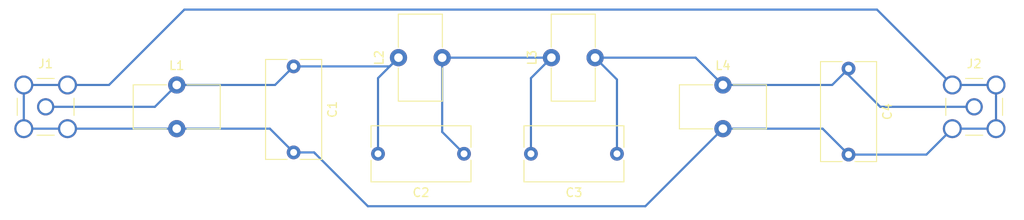
<source format=kicad_pcb>
(kicad_pcb (version 4) (host pcbnew 4.0.7)

  (general
    (links 22)
    (no_connects 0)
    (area 91.847999 94.895999 210.920001 120.496001)
    (thickness 1.6)
    (drawings 6)
    (tracks 45)
    (zones 0)
    (modules 10)
    (nets 5)
  )

  (page A4)
  (layers
    (0 F.Cu signal)
    (31 B.Cu signal)
    (32 B.Adhes user)
    (33 F.Adhes user)
    (34 B.Paste user)
    (35 F.Paste user)
    (36 B.SilkS user)
    (37 F.SilkS user)
    (38 B.Mask user)
    (39 F.Mask user)
    (40 Dwgs.User user)
    (41 Cmts.User user)
    (42 Eco1.User user)
    (43 Eco2.User user)
    (44 Edge.Cuts user)
    (45 Margin user)
    (46 B.CrtYd user)
    (47 F.CrtYd user)
    (48 B.Fab user)
    (49 F.Fab user)
  )

  (setup
    (last_trace_width 0.25)
    (trace_clearance 0.2)
    (zone_clearance 0.508)
    (zone_45_only no)
    (trace_min 0.2)
    (segment_width 0.2)
    (edge_width 0.15)
    (via_size 0.6)
    (via_drill 0.4)
    (via_min_size 0.4)
    (via_min_drill 0.3)
    (uvia_size 0.3)
    (uvia_drill 0.1)
    (uvias_allowed no)
    (uvia_min_size 0.2)
    (uvia_min_drill 0.1)
    (pcb_text_width 0.3)
    (pcb_text_size 1.5 1.5)
    (mod_edge_width 0.15)
    (mod_text_size 1 1)
    (mod_text_width 0.15)
    (pad_size 1.524 1.524)
    (pad_drill 0.762)
    (pad_to_mask_clearance 0.2)
    (aux_axis_origin 0 0)
    (visible_elements FFFFF77F)
    (pcbplotparams
      (layerselection 0x00030_80000001)
      (usegerberextensions false)
      (excludeedgelayer true)
      (linewidth 0.100000)
      (plotframeref false)
      (viasonmask false)
      (mode 1)
      (useauxorigin false)
      (hpglpennumber 1)
      (hpglpenspeed 20)
      (hpglpendiameter 15)
      (hpglpenoverlay 2)
      (psnegative false)
      (psa4output false)
      (plotreference true)
      (plotvalue true)
      (plotinvisibletext false)
      (padsonsilk false)
      (subtractmaskfromsilk false)
      (outputformat 1)
      (mirror false)
      (drillshape 1)
      (scaleselection 1)
      (outputdirectory ""))
  )

  (net 0 "")
  (net 1 "Net-(C1-Pad1)")
  (net 2 "Net-(C1-Pad2)")
  (net 3 "Net-(C2-Pad1)")
  (net 4 "Net-(C3-Pad1)")

  (net_class Default "This is the default net class."
    (clearance 0.2)
    (trace_width 0.25)
    (via_dia 0.6)
    (via_drill 0.4)
    (uvia_dia 0.3)
    (uvia_drill 0.1)
    (add_net "Net-(C1-Pad1)")
    (add_net "Net-(C1-Pad2)")
    (add_net "Net-(C2-Pad1)")
    (add_net "Net-(C3-Pad1)")
  )

  (module Capacitors_THT:C_Rect_L11.5mm_W6.4mm_P10.00mm_MKT (layer F.Cu) (tedit 597BC7C2) (tstamp 59C72FF3)
    (at 125.984 102.616 270)
    (descr "C, Rect series, Radial, pin pitch=10.00mm, , length*width=11.5*6.4mm^2, Capacitor, https://en.tdk.eu/inf/20/20/db/fc_2009/MKT_B32560_564.pdf")
    (tags "C Rect series Radial pin pitch 10.00mm  length 11.5mm width 6.4mm Capacitor")
    (path /59C71C46)
    (fp_text reference C1 (at 5 -4.51 270) (layer F.SilkS)
      (effects (font (size 1 1) (thickness 0.15)))
    )
    (fp_text value 2499.11pF (at 5 4.51 270) (layer F.Fab)
      (effects (font (size 1 1) (thickness 0.15)))
    )
    (fp_line (start -0.75 -3.2) (end -0.75 3.2) (layer F.Fab) (width 0.1))
    (fp_line (start -0.75 3.2) (end 10.75 3.2) (layer F.Fab) (width 0.1))
    (fp_line (start 10.75 3.2) (end 10.75 -3.2) (layer F.Fab) (width 0.1))
    (fp_line (start 10.75 -3.2) (end -0.75 -3.2) (layer F.Fab) (width 0.1))
    (fp_line (start -0.81 -3.26) (end 10.81 -3.26) (layer F.SilkS) (width 0.12))
    (fp_line (start -0.81 3.26) (end 10.81 3.26) (layer F.SilkS) (width 0.12))
    (fp_line (start -0.81 -3.26) (end -0.81 -0.75) (layer F.SilkS) (width 0.12))
    (fp_line (start -0.81 0.75) (end -0.81 3.26) (layer F.SilkS) (width 0.12))
    (fp_line (start 10.81 -3.26) (end 10.81 -0.75) (layer F.SilkS) (width 0.12))
    (fp_line (start 10.81 0.75) (end 10.81 3.26) (layer F.SilkS) (width 0.12))
    (fp_line (start -1.1 -3.55) (end -1.1 3.55) (layer F.CrtYd) (width 0.05))
    (fp_line (start -1.1 3.55) (end 11.1 3.55) (layer F.CrtYd) (width 0.05))
    (fp_line (start 11.1 3.55) (end 11.1 -3.55) (layer F.CrtYd) (width 0.05))
    (fp_line (start 11.1 -3.55) (end -1.1 -3.55) (layer F.CrtYd) (width 0.05))
    (fp_text user %R (at 5 0 270) (layer F.Fab)
      (effects (font (size 1 1) (thickness 0.15)))
    )
    (pad 1 thru_hole circle (at 0 0 270) (size 1.6 1.6) (drill 0.8) (layers *.Cu *.Mask)
      (net 1 "Net-(C1-Pad1)"))
    (pad 2 thru_hole circle (at 10 0 270) (size 1.6 1.6) (drill 0.8) (layers *.Cu *.Mask)
      (net 2 "Net-(C1-Pad2)"))
    (model ${KISYS3DMOD}/Capacitors_THT.3dshapes/C_Rect_L11.5mm_W6.4mm_P10.00mm_MKT.wrl
      (at (xyz 0 0 0))
      (scale (xyz 1 1 1))
      (rotate (xyz 0 0 0))
    )
  )

  (module Capacitors_THT:C_Rect_L11.5mm_W6.4mm_P10.00mm_MKT (layer F.Cu) (tedit 597BC7C2) (tstamp 59C73008)
    (at 145.796 112.776 180)
    (descr "C, Rect series, Radial, pin pitch=10.00mm, , length*width=11.5*6.4mm^2, Capacitor, https://en.tdk.eu/inf/20/20/db/fc_2009/MKT_B32560_564.pdf")
    (tags "C Rect series Radial pin pitch 10.00mm  length 11.5mm width 6.4mm Capacitor")
    (path /59C71DA5)
    (fp_text reference C2 (at 5 -4.51 180) (layer F.SilkS)
      (effects (font (size 1 1) (thickness 0.15)))
    )
    (fp_text value 27pF (at 5 4.51 180) (layer F.Fab)
      (effects (font (size 1 1) (thickness 0.15)))
    )
    (fp_line (start -0.75 -3.2) (end -0.75 3.2) (layer F.Fab) (width 0.1))
    (fp_line (start -0.75 3.2) (end 10.75 3.2) (layer F.Fab) (width 0.1))
    (fp_line (start 10.75 3.2) (end 10.75 -3.2) (layer F.Fab) (width 0.1))
    (fp_line (start 10.75 -3.2) (end -0.75 -3.2) (layer F.Fab) (width 0.1))
    (fp_line (start -0.81 -3.26) (end 10.81 -3.26) (layer F.SilkS) (width 0.12))
    (fp_line (start -0.81 3.26) (end 10.81 3.26) (layer F.SilkS) (width 0.12))
    (fp_line (start -0.81 -3.26) (end -0.81 -0.75) (layer F.SilkS) (width 0.12))
    (fp_line (start -0.81 0.75) (end -0.81 3.26) (layer F.SilkS) (width 0.12))
    (fp_line (start 10.81 -3.26) (end 10.81 -0.75) (layer F.SilkS) (width 0.12))
    (fp_line (start 10.81 0.75) (end 10.81 3.26) (layer F.SilkS) (width 0.12))
    (fp_line (start -1.1 -3.55) (end -1.1 3.55) (layer F.CrtYd) (width 0.05))
    (fp_line (start -1.1 3.55) (end 11.1 3.55) (layer F.CrtYd) (width 0.05))
    (fp_line (start 11.1 3.55) (end 11.1 -3.55) (layer F.CrtYd) (width 0.05))
    (fp_line (start 11.1 -3.55) (end -1.1 -3.55) (layer F.CrtYd) (width 0.05))
    (fp_text user %R (at 5 0 180) (layer F.Fab)
      (effects (font (size 1 1) (thickness 0.15)))
    )
    (pad 1 thru_hole circle (at 0 0 180) (size 1.6 1.6) (drill 0.8) (layers *.Cu *.Mask)
      (net 3 "Net-(C2-Pad1)"))
    (pad 2 thru_hole circle (at 10 0 180) (size 1.6 1.6) (drill 0.8) (layers *.Cu *.Mask)
      (net 1 "Net-(C1-Pad1)"))
    (model ${KISYS3DMOD}/Capacitors_THT.3dshapes/C_Rect_L11.5mm_W6.4mm_P10.00mm_MKT.wrl
      (at (xyz 0 0 0))
      (scale (xyz 1 1 1))
      (rotate (xyz 0 0 0))
    )
  )

  (module Capacitors_THT:C_Rect_L11.5mm_W6.4mm_P10.00mm_MKT (layer F.Cu) (tedit 597BC7C2) (tstamp 59C7301D)
    (at 163.576 112.776 180)
    (descr "C, Rect series, Radial, pin pitch=10.00mm, , length*width=11.5*6.4mm^2, Capacitor, https://en.tdk.eu/inf/20/20/db/fc_2009/MKT_B32560_564.pdf")
    (tags "C Rect series Radial pin pitch 10.00mm  length 11.5mm width 6.4mm Capacitor")
    (path /59C71E3E)
    (fp_text reference C3 (at 5 -4.51 180) (layer F.SilkS)
      (effects (font (size 1 1) (thickness 0.15)))
    )
    (fp_text value 110pF (at 5 4.51 180) (layer F.Fab)
      (effects (font (size 1 1) (thickness 0.15)))
    )
    (fp_line (start -0.75 -3.2) (end -0.75 3.2) (layer F.Fab) (width 0.1))
    (fp_line (start -0.75 3.2) (end 10.75 3.2) (layer F.Fab) (width 0.1))
    (fp_line (start 10.75 3.2) (end 10.75 -3.2) (layer F.Fab) (width 0.1))
    (fp_line (start 10.75 -3.2) (end -0.75 -3.2) (layer F.Fab) (width 0.1))
    (fp_line (start -0.81 -3.26) (end 10.81 -3.26) (layer F.SilkS) (width 0.12))
    (fp_line (start -0.81 3.26) (end 10.81 3.26) (layer F.SilkS) (width 0.12))
    (fp_line (start -0.81 -3.26) (end -0.81 -0.75) (layer F.SilkS) (width 0.12))
    (fp_line (start -0.81 0.75) (end -0.81 3.26) (layer F.SilkS) (width 0.12))
    (fp_line (start 10.81 -3.26) (end 10.81 -0.75) (layer F.SilkS) (width 0.12))
    (fp_line (start 10.81 0.75) (end 10.81 3.26) (layer F.SilkS) (width 0.12))
    (fp_line (start -1.1 -3.55) (end -1.1 3.55) (layer F.CrtYd) (width 0.05))
    (fp_line (start -1.1 3.55) (end 11.1 3.55) (layer F.CrtYd) (width 0.05))
    (fp_line (start 11.1 3.55) (end 11.1 -3.55) (layer F.CrtYd) (width 0.05))
    (fp_line (start 11.1 -3.55) (end -1.1 -3.55) (layer F.CrtYd) (width 0.05))
    (fp_text user %R (at 5 0 180) (layer F.Fab)
      (effects (font (size 1 1) (thickness 0.15)))
    )
    (pad 1 thru_hole circle (at 0 0 180) (size 1.6 1.6) (drill 0.8) (layers *.Cu *.Mask)
      (net 4 "Net-(C3-Pad1)"))
    (pad 2 thru_hole circle (at 10 0 180) (size 1.6 1.6) (drill 0.8) (layers *.Cu *.Mask)
      (net 3 "Net-(C2-Pad1)"))
    (model ${KISYS3DMOD}/Capacitors_THT.3dshapes/C_Rect_L11.5mm_W6.4mm_P10.00mm_MKT.wrl
      (at (xyz 0 0 0))
      (scale (xyz 1 1 1))
      (rotate (xyz 0 0 0))
    )
  )

  (module Capacitors_THT:C_Rect_L11.5mm_W6.4mm_P10.00mm_MKT (layer F.Cu) (tedit 597BC7C2) (tstamp 59C73032)
    (at 190.5 102.87 270)
    (descr "C, Rect series, Radial, pin pitch=10.00mm, , length*width=11.5*6.4mm^2, Capacitor, https://en.tdk.eu/inf/20/20/db/fc_2009/MKT_B32560_564.pdf")
    (tags "C Rect series Radial pin pitch 10.00mm  length 11.5mm width 6.4mm Capacitor")
    (path /59C71C95)
    (fp_text reference C4 (at 5 -4.51 270) (layer F.SilkS)
      (effects (font (size 1 1) (thickness 0.15)))
    )
    (fp_text value 2499.11pF (at 5 4.51 270) (layer F.Fab)
      (effects (font (size 1 1) (thickness 0.15)))
    )
    (fp_line (start -0.75 -3.2) (end -0.75 3.2) (layer F.Fab) (width 0.1))
    (fp_line (start -0.75 3.2) (end 10.75 3.2) (layer F.Fab) (width 0.1))
    (fp_line (start 10.75 3.2) (end 10.75 -3.2) (layer F.Fab) (width 0.1))
    (fp_line (start 10.75 -3.2) (end -0.75 -3.2) (layer F.Fab) (width 0.1))
    (fp_line (start -0.81 -3.26) (end 10.81 -3.26) (layer F.SilkS) (width 0.12))
    (fp_line (start -0.81 3.26) (end 10.81 3.26) (layer F.SilkS) (width 0.12))
    (fp_line (start -0.81 -3.26) (end -0.81 -0.75) (layer F.SilkS) (width 0.12))
    (fp_line (start -0.81 0.75) (end -0.81 3.26) (layer F.SilkS) (width 0.12))
    (fp_line (start 10.81 -3.26) (end 10.81 -0.75) (layer F.SilkS) (width 0.12))
    (fp_line (start 10.81 0.75) (end 10.81 3.26) (layer F.SilkS) (width 0.12))
    (fp_line (start -1.1 -3.55) (end -1.1 3.55) (layer F.CrtYd) (width 0.05))
    (fp_line (start -1.1 3.55) (end 11.1 3.55) (layer F.CrtYd) (width 0.05))
    (fp_line (start 11.1 3.55) (end 11.1 -3.55) (layer F.CrtYd) (width 0.05))
    (fp_line (start 11.1 -3.55) (end -1.1 -3.55) (layer F.CrtYd) (width 0.05))
    (fp_text user %R (at 5 0 270) (layer F.Fab)
      (effects (font (size 1 1) (thickness 0.15)))
    )
    (pad 1 thru_hole circle (at 0 0 270) (size 1.6 1.6) (drill 0.8) (layers *.Cu *.Mask)
      (net 4 "Net-(C3-Pad1)"))
    (pad 2 thru_hole circle (at 10 0 270) (size 1.6 1.6) (drill 0.8) (layers *.Cu *.Mask)
      (net 2 "Net-(C1-Pad2)"))
    (model ${KISYS3DMOD}/Capacitors_THT.3dshapes/C_Rect_L11.5mm_W6.4mm_P10.00mm_MKT.wrl
      (at (xyz 0 0 0))
      (scale (xyz 1 1 1))
      (rotate (xyz 0 0 0))
    )
  )

  (module Connectors:SMA_THT_Jack_Straight (layer F.Cu) (tedit 58C301F2) (tstamp 59C7305A)
    (at 97.155 107.315)
    (descr "SMA pcb through hole jack")
    (tags "SMA THT Jack Straight")
    (path /59C72B88)
    (fp_text reference J1 (at 0 -5) (layer F.SilkS)
      (effects (font (size 1 1) (thickness 0.15)))
    )
    (fp_text value "SMA Female" (at 0 5) (layer F.Fab)
      (effects (font (size 1 1) (thickness 0.15)))
    )
    (fp_line (start 2.03 -3.05) (end 3.05 -3.05) (layer F.Fab) (width 0.1))
    (fp_line (start -1 -3.3) (end 1 -3.3) (layer F.SilkS) (width 0.12))
    (fp_line (start -1 3.3) (end 1 3.3) (layer F.SilkS) (width 0.12))
    (fp_text user %R (at 0 -5) (layer F.Fab)
      (effects (font (size 1 1) (thickness 0.15)))
    )
    (fp_line (start 3.3 -1) (end 3.3 1) (layer F.SilkS) (width 0.12))
    (fp_line (start -3.3 -1) (end -3.3 1) (layer F.SilkS) (width 0.12))
    (fp_line (start 3.17 -3.17) (end 3.17 3.17) (layer F.Fab) (width 0.1))
    (fp_line (start -3.17 3.17) (end 3.17 3.17) (layer F.Fab) (width 0.1))
    (fp_line (start -3.17 -3.17) (end -3.17 3.17) (layer F.Fab) (width 0.1))
    (fp_line (start -3.17 -3.17) (end 3.17 -3.17) (layer F.Fab) (width 0.1))
    (fp_line (start -2.03 -3.05) (end -2.03 -2.03) (layer F.Fab) (width 0.1))
    (fp_line (start -3.05 -2.03) (end -2.03 -2.03) (layer F.Fab) (width 0.1))
    (fp_line (start -2.03 2.03) (end -2.03 3.05) (layer F.Fab) (width 0.1))
    (fp_line (start -3.05 2.03) (end -2.03 2.03) (layer F.Fab) (width 0.1))
    (fp_line (start 2.03 -3.05) (end 2.03 -2.03) (layer F.Fab) (width 0.1))
    (fp_line (start 2.03 -2.03) (end 3.05 -2.03) (layer F.Fab) (width 0.1))
    (fp_line (start 3.05 2.03) (end 2.03 2.03) (layer F.Fab) (width 0.1))
    (fp_line (start 2.03 2.03) (end 2.03 3.05) (layer F.Fab) (width 0.1))
    (fp_line (start -4.14 -4.14) (end 4.14 -4.14) (layer F.CrtYd) (width 0.05))
    (fp_line (start -4.14 -4.14) (end -4.14 4.14) (layer F.CrtYd) (width 0.05))
    (fp_line (start 4.14 4.14) (end 4.14 -4.14) (layer F.CrtYd) (width 0.05))
    (fp_line (start 4.14 4.14) (end -4.14 4.14) (layer F.CrtYd) (width 0.05))
    (fp_circle (center 0 0) (end 2.04 0) (layer F.Fab) (width 0.1))
    (fp_circle (center 0 0) (end 0.635 0) (layer F.Fab) (width 0.1))
    (fp_line (start 3.05 -3.05) (end 3.05 -2.03) (layer F.Fab) (width 0.1))
    (fp_line (start -3.05 -3.05) (end -3.05 -2.03) (layer F.Fab) (width 0.1))
    (fp_line (start -3.05 -3.05) (end -2.03 -3.05) (layer F.Fab) (width 0.1))
    (fp_line (start -3.05 3.05) (end -2.03 3.05) (layer F.Fab) (width 0.1))
    (fp_line (start -3.05 3.05) (end -3.05 2.03) (layer F.Fab) (width 0.1))
    (fp_line (start 3.05 2.03) (end 3.05 3.05) (layer F.Fab) (width 0.1))
    (fp_line (start 2.03 3.05) (end 3.05 3.05) (layer F.Fab) (width 0.1))
    (pad 2 thru_hole circle (at -2.54 2.54) (size 2.2 2.2) (drill 1.7) (layers *.Cu *.Mask)
      (net 2 "Net-(C1-Pad2)"))
    (pad 2 thru_hole circle (at -2.54 -2.54) (size 2.2 2.2) (drill 1.7) (layers *.Cu *.Mask)
      (net 2 "Net-(C1-Pad2)"))
    (pad 2 thru_hole circle (at 2.54 -2.54) (size 2.2 2.2) (drill 1.7) (layers *.Cu *.Mask)
      (net 2 "Net-(C1-Pad2)"))
    (pad 2 thru_hole circle (at 2.54 2.54) (size 2.2 2.2) (drill 1.7) (layers *.Cu *.Mask)
      (net 2 "Net-(C1-Pad2)"))
    (pad 1 thru_hole circle (at 0 0) (size 2 2) (drill 1.5) (layers *.Cu *.Mask)
      (net 1 "Net-(C1-Pad1)"))
  )

  (module Connectors:SMA_THT_Jack_Straight (layer F.Cu) (tedit 58C301F2) (tstamp 59C73082)
    (at 205.105 107.315)
    (descr "SMA pcb through hole jack")
    (tags "SMA THT Jack Straight")
    (path /59C72B2E)
    (fp_text reference J2 (at 0 -5) (layer F.SilkS)
      (effects (font (size 1 1) (thickness 0.15)))
    )
    (fp_text value "SMA Female" (at 0 5) (layer F.Fab)
      (effects (font (size 1 1) (thickness 0.15)))
    )
    (fp_line (start 2.03 -3.05) (end 3.05 -3.05) (layer F.Fab) (width 0.1))
    (fp_line (start -1 -3.3) (end 1 -3.3) (layer F.SilkS) (width 0.12))
    (fp_line (start -1 3.3) (end 1 3.3) (layer F.SilkS) (width 0.12))
    (fp_text user %R (at 0 -5) (layer F.Fab)
      (effects (font (size 1 1) (thickness 0.15)))
    )
    (fp_line (start 3.3 -1) (end 3.3 1) (layer F.SilkS) (width 0.12))
    (fp_line (start -3.3 -1) (end -3.3 1) (layer F.SilkS) (width 0.12))
    (fp_line (start 3.17 -3.17) (end 3.17 3.17) (layer F.Fab) (width 0.1))
    (fp_line (start -3.17 3.17) (end 3.17 3.17) (layer F.Fab) (width 0.1))
    (fp_line (start -3.17 -3.17) (end -3.17 3.17) (layer F.Fab) (width 0.1))
    (fp_line (start -3.17 -3.17) (end 3.17 -3.17) (layer F.Fab) (width 0.1))
    (fp_line (start -2.03 -3.05) (end -2.03 -2.03) (layer F.Fab) (width 0.1))
    (fp_line (start -3.05 -2.03) (end -2.03 -2.03) (layer F.Fab) (width 0.1))
    (fp_line (start -2.03 2.03) (end -2.03 3.05) (layer F.Fab) (width 0.1))
    (fp_line (start -3.05 2.03) (end -2.03 2.03) (layer F.Fab) (width 0.1))
    (fp_line (start 2.03 -3.05) (end 2.03 -2.03) (layer F.Fab) (width 0.1))
    (fp_line (start 2.03 -2.03) (end 3.05 -2.03) (layer F.Fab) (width 0.1))
    (fp_line (start 3.05 2.03) (end 2.03 2.03) (layer F.Fab) (width 0.1))
    (fp_line (start 2.03 2.03) (end 2.03 3.05) (layer F.Fab) (width 0.1))
    (fp_line (start -4.14 -4.14) (end 4.14 -4.14) (layer F.CrtYd) (width 0.05))
    (fp_line (start -4.14 -4.14) (end -4.14 4.14) (layer F.CrtYd) (width 0.05))
    (fp_line (start 4.14 4.14) (end 4.14 -4.14) (layer F.CrtYd) (width 0.05))
    (fp_line (start 4.14 4.14) (end -4.14 4.14) (layer F.CrtYd) (width 0.05))
    (fp_circle (center 0 0) (end 2.04 0) (layer F.Fab) (width 0.1))
    (fp_circle (center 0 0) (end 0.635 0) (layer F.Fab) (width 0.1))
    (fp_line (start 3.05 -3.05) (end 3.05 -2.03) (layer F.Fab) (width 0.1))
    (fp_line (start -3.05 -3.05) (end -3.05 -2.03) (layer F.Fab) (width 0.1))
    (fp_line (start -3.05 -3.05) (end -2.03 -3.05) (layer F.Fab) (width 0.1))
    (fp_line (start -3.05 3.05) (end -2.03 3.05) (layer F.Fab) (width 0.1))
    (fp_line (start -3.05 3.05) (end -3.05 2.03) (layer F.Fab) (width 0.1))
    (fp_line (start 3.05 2.03) (end 3.05 3.05) (layer F.Fab) (width 0.1))
    (fp_line (start 2.03 3.05) (end 3.05 3.05) (layer F.Fab) (width 0.1))
    (pad 2 thru_hole circle (at -2.54 2.54) (size 2.2 2.2) (drill 1.7) (layers *.Cu *.Mask)
      (net 2 "Net-(C1-Pad2)"))
    (pad 2 thru_hole circle (at -2.54 -2.54) (size 2.2 2.2) (drill 1.7) (layers *.Cu *.Mask)
      (net 2 "Net-(C1-Pad2)"))
    (pad 2 thru_hole circle (at 2.54 -2.54) (size 2.2 2.2) (drill 1.7) (layers *.Cu *.Mask)
      (net 2 "Net-(C1-Pad2)"))
    (pad 2 thru_hole circle (at 2.54 2.54) (size 2.2 2.2) (drill 1.7) (layers *.Cu *.Mask)
      (net 2 "Net-(C1-Pad2)"))
    (pad 1 thru_hole circle (at 0 0) (size 2 2) (drill 1.5) (layers *.Cu *.Mask)
      (net 4 "Net-(C3-Pad1)"))
  )

  (module Inductors_THT:L_Toroid_Vertical_L10.0mm_W5.0mm_P5.08mm (layer F.Cu) (tedit 5880B84E) (tstamp 59C730A4)
    (at 112.395 104.775)
    (descr "L_Toroid, Vertical series, Radial, pin pitch=5.08mm, , length*width=10*5mm^2")
    (tags "L_Toroid Vertical series Radial pin pitch 5.08mm  length 10mm width 5mm")
    (path /59C71B4C)
    (fp_text reference L1 (at 0 -2.25) (layer F.SilkS)
      (effects (font (size 1 1) (thickness 0.15)))
    )
    (fp_text value 197.159nH (at 0 7.33) (layer F.Fab)
      (effects (font (size 1 1) (thickness 0.15)))
    )
    (fp_line (start -5 0.04) (end -5 5.04) (layer F.Fab) (width 0.1))
    (fp_line (start -5 5.04) (end 5 5.04) (layer F.Fab) (width 0.1))
    (fp_line (start 5 5.04) (end 5 0.04) (layer F.Fab) (width 0.1))
    (fp_line (start 5 0.04) (end -5 0.04) (layer F.Fab) (width 0.1))
    (fp_line (start -4 0) (end -4 5.08) (layer F.Fab) (width 0.1))
    (fp_line (start -4 5.08) (end 4 5.08) (layer F.Fab) (width 0.1))
    (fp_line (start 4 5.08) (end 4 0) (layer F.Fab) (width 0.1))
    (fp_line (start 4 0) (end -4 0) (layer F.Fab) (width 0.1))
    (fp_line (start -4 0) (end -3.6 5.08) (layer F.Fab) (width 0.1))
    (fp_line (start -3.2 0) (end -2.8 5.08) (layer F.Fab) (width 0.1))
    (fp_line (start -2.4 0) (end -2 5.08) (layer F.Fab) (width 0.1))
    (fp_line (start -1.6 0) (end -1.2 5.08) (layer F.Fab) (width 0.1))
    (fp_line (start -0.8 0) (end -0.4 5.08) (layer F.Fab) (width 0.1))
    (fp_line (start 0 0) (end 0.4 5.08) (layer F.Fab) (width 0.1))
    (fp_line (start 0.8 0) (end 1.2 5.08) (layer F.Fab) (width 0.1))
    (fp_line (start 1.6 0) (end 2 5.08) (layer F.Fab) (width 0.1))
    (fp_line (start 2.4 0) (end 2.8 5.08) (layer F.Fab) (width 0.1))
    (fp_line (start 3.2 0) (end 3.6 5.08) (layer F.Fab) (width 0.1))
    (fp_line (start -5.06 -0.02) (end -1.195 -0.02) (layer F.SilkS) (width 0.12))
    (fp_line (start 1.195 -0.02) (end 5.06 -0.02) (layer F.SilkS) (width 0.12))
    (fp_line (start -5.06 5.1) (end -1.195 5.1) (layer F.SilkS) (width 0.12))
    (fp_line (start 1.195 5.1) (end 5.06 5.1) (layer F.SilkS) (width 0.12))
    (fp_line (start -5.06 -0.02) (end -5.06 5.1) (layer F.SilkS) (width 0.12))
    (fp_line (start 5.06 -0.02) (end 5.06 5.1) (layer F.SilkS) (width 0.12))
    (fp_line (start -5.35 -1.25) (end -5.35 6.35) (layer F.CrtYd) (width 0.05))
    (fp_line (start -5.35 6.35) (end 5.35 6.35) (layer F.CrtYd) (width 0.05))
    (fp_line (start 5.35 6.35) (end 5.35 -1.25) (layer F.CrtYd) (width 0.05))
    (fp_line (start 5.35 -1.25) (end -5.35 -1.25) (layer F.CrtYd) (width 0.05))
    (pad 1 thru_hole circle (at 0 0) (size 2 2) (drill 1) (layers *.Cu *.Mask)
      (net 1 "Net-(C1-Pad1)"))
    (pad 2 thru_hole circle (at 0 5.08) (size 2 2) (drill 1) (layers *.Cu *.Mask)
      (net 2 "Net-(C1-Pad2)"))
    (model Inductors_THT.3dshapes/L_Toroid_Vertical_L10.0mm_W5.0mm_P5.08mm.wrl
      (at (xyz 0 0 0))
      (scale (xyz 0.393701 0.393701 0.393701))
      (rotate (xyz 0 0 0))
    )
  )

  (module Inductors_THT:L_Toroid_Vertical_L10.0mm_W5.0mm_P5.08mm (layer F.Cu) (tedit 5880B84E) (tstamp 59C730C6)
    (at 138.176 101.6 90)
    (descr "L_Toroid, Vertical series, Radial, pin pitch=5.08mm, , length*width=10*5mm^2")
    (tags "L_Toroid Vertical series Radial pin pitch 5.08mm  length 10mm width 5mm")
    (path /59C71D1A)
    (fp_text reference L2 (at 0 -2.25 90) (layer F.SilkS)
      (effects (font (size 1 1) (thickness 0.15)))
    )
    (fp_text value 4.596uH (at 0 7.33 90) (layer F.Fab)
      (effects (font (size 1 1) (thickness 0.15)))
    )
    (fp_line (start -5 0.04) (end -5 5.04) (layer F.Fab) (width 0.1))
    (fp_line (start -5 5.04) (end 5 5.04) (layer F.Fab) (width 0.1))
    (fp_line (start 5 5.04) (end 5 0.04) (layer F.Fab) (width 0.1))
    (fp_line (start 5 0.04) (end -5 0.04) (layer F.Fab) (width 0.1))
    (fp_line (start -4 0) (end -4 5.08) (layer F.Fab) (width 0.1))
    (fp_line (start -4 5.08) (end 4 5.08) (layer F.Fab) (width 0.1))
    (fp_line (start 4 5.08) (end 4 0) (layer F.Fab) (width 0.1))
    (fp_line (start 4 0) (end -4 0) (layer F.Fab) (width 0.1))
    (fp_line (start -4 0) (end -3.6 5.08) (layer F.Fab) (width 0.1))
    (fp_line (start -3.2 0) (end -2.8 5.08) (layer F.Fab) (width 0.1))
    (fp_line (start -2.4 0) (end -2 5.08) (layer F.Fab) (width 0.1))
    (fp_line (start -1.6 0) (end -1.2 5.08) (layer F.Fab) (width 0.1))
    (fp_line (start -0.8 0) (end -0.4 5.08) (layer F.Fab) (width 0.1))
    (fp_line (start 0 0) (end 0.4 5.08) (layer F.Fab) (width 0.1))
    (fp_line (start 0.8 0) (end 1.2 5.08) (layer F.Fab) (width 0.1))
    (fp_line (start 1.6 0) (end 2 5.08) (layer F.Fab) (width 0.1))
    (fp_line (start 2.4 0) (end 2.8 5.08) (layer F.Fab) (width 0.1))
    (fp_line (start 3.2 0) (end 3.6 5.08) (layer F.Fab) (width 0.1))
    (fp_line (start -5.06 -0.02) (end -1.195 -0.02) (layer F.SilkS) (width 0.12))
    (fp_line (start 1.195 -0.02) (end 5.06 -0.02) (layer F.SilkS) (width 0.12))
    (fp_line (start -5.06 5.1) (end -1.195 5.1) (layer F.SilkS) (width 0.12))
    (fp_line (start 1.195 5.1) (end 5.06 5.1) (layer F.SilkS) (width 0.12))
    (fp_line (start -5.06 -0.02) (end -5.06 5.1) (layer F.SilkS) (width 0.12))
    (fp_line (start 5.06 -0.02) (end 5.06 5.1) (layer F.SilkS) (width 0.12))
    (fp_line (start -5.35 -1.25) (end -5.35 6.35) (layer F.CrtYd) (width 0.05))
    (fp_line (start -5.35 6.35) (end 5.35 6.35) (layer F.CrtYd) (width 0.05))
    (fp_line (start 5.35 6.35) (end 5.35 -1.25) (layer F.CrtYd) (width 0.05))
    (fp_line (start 5.35 -1.25) (end -5.35 -1.25) (layer F.CrtYd) (width 0.05))
    (pad 1 thru_hole circle (at 0 0 90) (size 2 2) (drill 1) (layers *.Cu *.Mask)
      (net 1 "Net-(C1-Pad1)"))
    (pad 2 thru_hole circle (at 0 5.08 90) (size 2 2) (drill 1) (layers *.Cu *.Mask)
      (net 3 "Net-(C2-Pad1)"))
    (model Inductors_THT.3dshapes/L_Toroid_Vertical_L10.0mm_W5.0mm_P5.08mm.wrl
      (at (xyz 0 0 0))
      (scale (xyz 0.393701 0.393701 0.393701))
      (rotate (xyz 0 0 0))
    )
  )

  (module Inductors_THT:L_Toroid_Vertical_L10.0mm_W5.0mm_P5.08mm (layer F.Cu) (tedit 5880B84E) (tstamp 59C730E8)
    (at 155.956 101.6 90)
    (descr "L_Toroid, Vertical series, Radial, pin pitch=5.08mm, , length*width=10*5mm^2")
    (tags "L_Toroid Vertical series Radial pin pitch 5.08mm  length 10mm width 5mm")
    (path /59C71DE7)
    (fp_text reference L3 (at 0 -2.25 90) (layer F.SilkS)
      (effects (font (size 1 1) (thickness 0.15)))
    )
    (fp_text value 16.51uH (at 0 7.33 90) (layer F.Fab)
      (effects (font (size 1 1) (thickness 0.15)))
    )
    (fp_line (start -5 0.04) (end -5 5.04) (layer F.Fab) (width 0.1))
    (fp_line (start -5 5.04) (end 5 5.04) (layer F.Fab) (width 0.1))
    (fp_line (start 5 5.04) (end 5 0.04) (layer F.Fab) (width 0.1))
    (fp_line (start 5 0.04) (end -5 0.04) (layer F.Fab) (width 0.1))
    (fp_line (start -4 0) (end -4 5.08) (layer F.Fab) (width 0.1))
    (fp_line (start -4 5.08) (end 4 5.08) (layer F.Fab) (width 0.1))
    (fp_line (start 4 5.08) (end 4 0) (layer F.Fab) (width 0.1))
    (fp_line (start 4 0) (end -4 0) (layer F.Fab) (width 0.1))
    (fp_line (start -4 0) (end -3.6 5.08) (layer F.Fab) (width 0.1))
    (fp_line (start -3.2 0) (end -2.8 5.08) (layer F.Fab) (width 0.1))
    (fp_line (start -2.4 0) (end -2 5.08) (layer F.Fab) (width 0.1))
    (fp_line (start -1.6 0) (end -1.2 5.08) (layer F.Fab) (width 0.1))
    (fp_line (start -0.8 0) (end -0.4 5.08) (layer F.Fab) (width 0.1))
    (fp_line (start 0 0) (end 0.4 5.08) (layer F.Fab) (width 0.1))
    (fp_line (start 0.8 0) (end 1.2 5.08) (layer F.Fab) (width 0.1))
    (fp_line (start 1.6 0) (end 2 5.08) (layer F.Fab) (width 0.1))
    (fp_line (start 2.4 0) (end 2.8 5.08) (layer F.Fab) (width 0.1))
    (fp_line (start 3.2 0) (end 3.6 5.08) (layer F.Fab) (width 0.1))
    (fp_line (start -5.06 -0.02) (end -1.195 -0.02) (layer F.SilkS) (width 0.12))
    (fp_line (start 1.195 -0.02) (end 5.06 -0.02) (layer F.SilkS) (width 0.12))
    (fp_line (start -5.06 5.1) (end -1.195 5.1) (layer F.SilkS) (width 0.12))
    (fp_line (start 1.195 5.1) (end 5.06 5.1) (layer F.SilkS) (width 0.12))
    (fp_line (start -5.06 -0.02) (end -5.06 5.1) (layer F.SilkS) (width 0.12))
    (fp_line (start 5.06 -0.02) (end 5.06 5.1) (layer F.SilkS) (width 0.12))
    (fp_line (start -5.35 -1.25) (end -5.35 6.35) (layer F.CrtYd) (width 0.05))
    (fp_line (start -5.35 6.35) (end 5.35 6.35) (layer F.CrtYd) (width 0.05))
    (fp_line (start 5.35 6.35) (end 5.35 -1.25) (layer F.CrtYd) (width 0.05))
    (fp_line (start 5.35 -1.25) (end -5.35 -1.25) (layer F.CrtYd) (width 0.05))
    (pad 1 thru_hole circle (at 0 0 90) (size 2 2) (drill 1) (layers *.Cu *.Mask)
      (net 3 "Net-(C2-Pad1)"))
    (pad 2 thru_hole circle (at 0 5.08 90) (size 2 2) (drill 1) (layers *.Cu *.Mask)
      (net 4 "Net-(C3-Pad1)"))
    (model Inductors_THT.3dshapes/L_Toroid_Vertical_L10.0mm_W5.0mm_P5.08mm.wrl
      (at (xyz 0 0 0))
      (scale (xyz 0.393701 0.393701 0.393701))
      (rotate (xyz 0 0 0))
    )
  )

  (module Inductors_THT:L_Toroid_Vertical_L10.0mm_W5.0mm_P5.08mm (layer F.Cu) (tedit 5880B84E) (tstamp 59C7310A)
    (at 175.895 104.775)
    (descr "L_Toroid, Vertical series, Radial, pin pitch=5.08mm, , length*width=10*5mm^2")
    (tags "L_Toroid Vertical series Radial pin pitch 5.08mm  length 10mm width 5mm")
    (path /59C71BE1)
    (fp_text reference L4 (at 0 -2.25) (layer F.SilkS)
      (effects (font (size 1 1) (thickness 0.15)))
    )
    (fp_text value 197.159nH (at 0 7.33) (layer F.Fab)
      (effects (font (size 1 1) (thickness 0.15)))
    )
    (fp_line (start -5 0.04) (end -5 5.04) (layer F.Fab) (width 0.1))
    (fp_line (start -5 5.04) (end 5 5.04) (layer F.Fab) (width 0.1))
    (fp_line (start 5 5.04) (end 5 0.04) (layer F.Fab) (width 0.1))
    (fp_line (start 5 0.04) (end -5 0.04) (layer F.Fab) (width 0.1))
    (fp_line (start -4 0) (end -4 5.08) (layer F.Fab) (width 0.1))
    (fp_line (start -4 5.08) (end 4 5.08) (layer F.Fab) (width 0.1))
    (fp_line (start 4 5.08) (end 4 0) (layer F.Fab) (width 0.1))
    (fp_line (start 4 0) (end -4 0) (layer F.Fab) (width 0.1))
    (fp_line (start -4 0) (end -3.6 5.08) (layer F.Fab) (width 0.1))
    (fp_line (start -3.2 0) (end -2.8 5.08) (layer F.Fab) (width 0.1))
    (fp_line (start -2.4 0) (end -2 5.08) (layer F.Fab) (width 0.1))
    (fp_line (start -1.6 0) (end -1.2 5.08) (layer F.Fab) (width 0.1))
    (fp_line (start -0.8 0) (end -0.4 5.08) (layer F.Fab) (width 0.1))
    (fp_line (start 0 0) (end 0.4 5.08) (layer F.Fab) (width 0.1))
    (fp_line (start 0.8 0) (end 1.2 5.08) (layer F.Fab) (width 0.1))
    (fp_line (start 1.6 0) (end 2 5.08) (layer F.Fab) (width 0.1))
    (fp_line (start 2.4 0) (end 2.8 5.08) (layer F.Fab) (width 0.1))
    (fp_line (start 3.2 0) (end 3.6 5.08) (layer F.Fab) (width 0.1))
    (fp_line (start -5.06 -0.02) (end -1.195 -0.02) (layer F.SilkS) (width 0.12))
    (fp_line (start 1.195 -0.02) (end 5.06 -0.02) (layer F.SilkS) (width 0.12))
    (fp_line (start -5.06 5.1) (end -1.195 5.1) (layer F.SilkS) (width 0.12))
    (fp_line (start 1.195 5.1) (end 5.06 5.1) (layer F.SilkS) (width 0.12))
    (fp_line (start -5.06 -0.02) (end -5.06 5.1) (layer F.SilkS) (width 0.12))
    (fp_line (start 5.06 -0.02) (end 5.06 5.1) (layer F.SilkS) (width 0.12))
    (fp_line (start -5.35 -1.25) (end -5.35 6.35) (layer F.CrtYd) (width 0.05))
    (fp_line (start -5.35 6.35) (end 5.35 6.35) (layer F.CrtYd) (width 0.05))
    (fp_line (start 5.35 6.35) (end 5.35 -1.25) (layer F.CrtYd) (width 0.05))
    (fp_line (start 5.35 -1.25) (end -5.35 -1.25) (layer F.CrtYd) (width 0.05))
    (pad 1 thru_hole circle (at 0 0) (size 2 2) (drill 1) (layers *.Cu *.Mask)
      (net 4 "Net-(C3-Pad1)"))
    (pad 2 thru_hole circle (at 0 5.08) (size 2 2) (drill 1) (layers *.Cu *.Mask)
      (net 2 "Net-(C1-Pad2)"))
    (model Inductors_THT.3dshapes/L_Toroid_Vertical_L10.0mm_W5.0mm_P5.08mm.wrl
      (at (xyz 0 0 0))
      (scale (xyz 0.393701 0.393701 0.393701))
      (rotate (xyz 0 0 0))
    )
  )

  (gr_line (start 148.844 120.396) (end 148.336 120.396) (angle 90) (layer Margin) (width 0.2))
  (gr_line (start 91.948 120.396) (end 148.844 120.396) (angle 90) (layer Margin) (width 0.2))
  (gr_line (start 91.948 94.996) (end 91.948 120.396) (angle 90) (layer Margin) (width 0.2))
  (gr_line (start 210.82 94.996) (end 91.948 94.996) (angle 90) (layer Margin) (width 0.2))
  (gr_line (start 210.82 120.396) (end 210.82 94.996) (angle 90) (layer Margin) (width 0.2))
  (gr_line (start 148.844 120.396) (end 210.82 120.396) (angle 90) (layer Margin) (width 0.2))

  (segment (start 112.395 104.775) (end 123.825 104.775) (width 0.25) (layer B.Cu) (net 1))
  (segment (start 123.825 104.775) (end 125.984 102.616) (width 0.25) (layer B.Cu) (net 1) (tstamp 59C73C21))
  (segment (start 135.796 112.776) (end 135.796 103.98) (width 0.25) (layer B.Cu) (net 1))
  (segment (start 135.796 103.98) (end 138.176 101.6) (width 0.25) (layer B.Cu) (net 1) (tstamp 59C73BDE))
  (segment (start 125.984 102.616) (end 137.16 102.616) (width 0.25) (layer B.Cu) (net 1))
  (segment (start 137.16 102.616) (end 138.176 101.6) (width 0.25) (layer B.Cu) (net 1) (tstamp 59C73B5C))
  (segment (start 97.155 107.315) (end 109.855 107.315) (width 0.25) (layer B.Cu) (net 1))
  (segment (start 109.855 107.315) (end 112.395 104.775) (width 0.25) (layer B.Cu) (net 1) (tstamp 59C73B55))
  (segment (start 125.984 112.616) (end 128.364 112.616) (width 0.25) (layer B.Cu) (net 2))
  (segment (start 128.364 112.616) (end 128.524 112.776) (width 0.25) (layer B.Cu) (net 2) (tstamp 59C73C1A))
  (segment (start 112.395 109.855) (end 123.223 109.855) (width 0.25) (layer B.Cu) (net 2))
  (segment (start 123.223 109.855) (end 125.984 112.616) (width 0.25) (layer B.Cu) (net 2) (tstamp 59C73C16))
  (segment (start 99.695 104.775) (end 104.521 104.775) (width 0.25) (layer B.Cu) (net 2))
  (segment (start 193.802 96.012) (end 202.565 104.775) (width 0.25) (layer B.Cu) (net 2) (tstamp 59C73C0B))
  (segment (start 113.284 96.012) (end 193.802 96.012) (width 0.25) (layer B.Cu) (net 2) (tstamp 59C73C09))
  (segment (start 104.521 104.775) (end 113.284 96.012) (width 0.25) (layer B.Cu) (net 2) (tstamp 59C73C07))
  (segment (start 190.5 112.87) (end 199.55 112.87) (width 0.25) (layer B.Cu) (net 2))
  (segment (start 199.55 112.87) (end 202.565 109.855) (width 0.25) (layer B.Cu) (net 2) (tstamp 59C73BFF))
  (segment (start 202.565 109.855) (end 207.645 109.855) (width 0.25) (layer B.Cu) (net 2) (tstamp 59C73C01))
  (segment (start 207.645 109.855) (end 207.645 104.775) (width 0.25) (layer B.Cu) (net 2) (tstamp 59C73C03))
  (segment (start 207.645 104.775) (end 202.565 104.775) (width 0.25) (layer B.Cu) (net 2) (tstamp 59C73C04))
  (segment (start 175.895 109.855) (end 187.485 109.855) (width 0.25) (layer B.Cu) (net 2))
  (segment (start 187.485 109.855) (end 190.5 112.87) (width 0.25) (layer B.Cu) (net 2) (tstamp 59C73BFB))
  (segment (start 99.695 104.775) (end 94.615 104.775) (width 0.25) (layer B.Cu) (net 2))
  (segment (start 94.615 104.775) (end 94.615 109.855) (width 0.25) (layer B.Cu) (net 2) (tstamp 59C73BED))
  (segment (start 94.615 109.855) (end 99.695 109.855) (width 0.25) (layer B.Cu) (net 2) (tstamp 59C73BEE))
  (segment (start 99.695 109.855) (end 112.395 109.855) (width 0.25) (layer B.Cu) (net 2) (tstamp 59C73BEF))
  (segment (start 128.364 112.616) (end 128.524 112.776) (width 0.25) (layer B.Cu) (net 2) (tstamp 59C73BF3))
  (segment (start 128.524 112.776) (end 134.62 118.872) (width 0.25) (layer B.Cu) (net 2) (tstamp 59C73C1D))
  (segment (start 134.62 118.872) (end 166.878 118.872) (width 0.25) (layer B.Cu) (net 2) (tstamp 59C73BF5))
  (segment (start 166.878 118.872) (end 175.895 109.855) (width 0.25) (layer B.Cu) (net 2) (tstamp 59C73BF7))
  (segment (start 153.576 112.776) (end 153.576 103.98) (width 0.25) (layer B.Cu) (net 3))
  (segment (start 153.576 103.98) (end 155.956 101.6) (width 0.25) (layer B.Cu) (net 3) (tstamp 59C73BE5))
  (segment (start 143.256 101.6) (end 143.256 110.236) (width 0.25) (layer B.Cu) (net 3))
  (segment (start 143.256 110.236) (end 145.796 112.776) (width 0.25) (layer B.Cu) (net 3) (tstamp 59C73BE1))
  (segment (start 143.256 101.6) (end 155.956 101.6) (width 0.25) (layer B.Cu) (net 3))
  (segment (start 163.576 112.776) (end 163.576 104.14) (width 0.25) (layer B.Cu) (net 4))
  (segment (start 163.576 104.14) (end 161.036 101.6) (width 0.25) (layer B.Cu) (net 4) (tstamp 59C73BE9))
  (segment (start 190.5 102.87) (end 190.5 103.632) (width 0.25) (layer B.Cu) (net 4))
  (segment (start 190.5 103.632) (end 194.183 107.315) (width 0.25) (layer B.Cu) (net 4) (tstamp 59C73B6B))
  (segment (start 194.183 107.315) (end 205.105 107.315) (width 0.25) (layer B.Cu) (net 4) (tstamp 59C73B6C))
  (segment (start 175.895 104.775) (end 188.595 104.775) (width 0.25) (layer B.Cu) (net 4))
  (segment (start 188.595 104.775) (end 190.5 102.87) (width 0.25) (layer B.Cu) (net 4) (tstamp 59C73B67))
  (segment (start 161.036 101.6) (end 172.72 101.6) (width 0.25) (layer B.Cu) (net 4))
  (segment (start 172.72 101.6) (end 175.895 104.775) (width 0.25) (layer B.Cu) (net 4) (tstamp 59C73B63))

)

</source>
